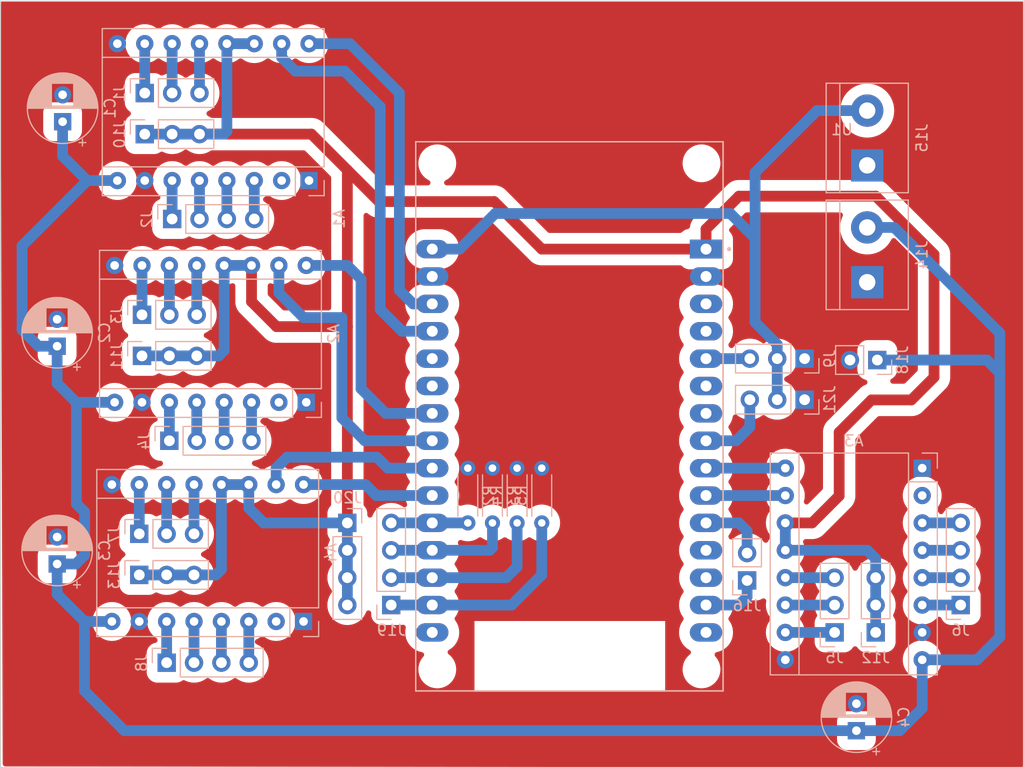
<source format=kicad_pcb>
(kicad_pcb (version 20240108) (generator "pcbnew") (generator_version "8.0")
  (layers (0 "F.Cu" signal) (31 "B.Cu" signal) (34 "B.Paste" user) (35 "F.Paste" user) (36 "B.SilkS" user "B.Silkscreen") (37 "F.SilkS" user "F.Silkscreen") (38 "B.Mask" user) (39 "F.Mask" user) (44 "Edge.Cuts" user))
  (net 0 "")
  (net 7 "Net-(J19-Pin_1)")
  (net 8 "Net-(J19-Pin_2)")
  (net 9 "Net-(J19-Pin_3)")
  (net 10 "Net-(J19-Pin_4)")
  (net 12 "GND")
  (net 14 "Net-(A1-A2)")
  (net 15 "Net-(A1-A1)")
  (net 16 "Net-(A1-B1)")
  (net 17 "Net-(A1-B2)")
  (net 18 "+12V")
  (net 19 "Net-(A1-M0)")
  (net 20 "Net-(A1-M1)")
  (net 21 "Net-(A1-M2)")
  (net 22 "+3.3V")
  (net 23 "Net-(A1-STEP)")
  (net 24 "Net-(A1-DIR)")
  (net 25 "+5V")
  (net 27 "Net-(A2-A2)")
  (net 28 "Net-(A2-A1)")
  (net 29 "Net-(A2-B1)")
  (net 30 "Net-(A2-B2)")
  (net 31 "Net-(A2-M0)")
  (net 32 "Net-(A2-M1)")
  (net 33 "Net-(A2-M2)")
  (net 34 "Net-(A2-STEP)")
  (net 35 "Net-(A2-DIR)")
  (net 37 "Net-(A3-A2)")
  (net 38 "Net-(A3-A1)")
  (net 39 "Net-(A3-B1)")
  (net 40 "Net-(A3-B2)")
  (net 41 "Net-(A3-M0)")
  (net 42 "Net-(A3-M1)")
  (net 43 "Net-(A3-M2)")
  (net 44 "Net-(A3-STEP)")
  (net 45 "Net-(A3-DIR)")
  (net 47 "Net-(A4-A2)")
  (net 48 "Net-(A4-A1)")
  (net 49 "Net-(A4-B1)")
  (net 50 "Net-(A4-B2)")
  (net 51 "Net-(A4-M0)")
  (net 52 "Net-(A4-M1)")
  (net 53 "Net-(A4-M2)")
  (net 54 "Net-(A4-STEP)")
  (net 55 "Net-(A4-DIR)")
  (net 56 "Net-(J9-Pin_3)")
  (net 57 "Net-(J16-Pin_1)")
  (net 58 "Net-(J16-Pin_2)")
  (net 59 "Net-(J21-Pin_3)")
  (footprint "Connector_PinHeader_2.54mm:PinHeader_1x04_P2.54mm_Vertical" (layer "B.Cu") (at 166.37 138.43)
    (property "Reference" "J6" (at 0 2.33 0) (layer "B.SilkS") (effects (justify mirror)))
    (property "Value" "motor")
    (pad "1" thru_hole rect (at 0 0) (size 1.7 1.7) (drill 1) (layers "*.Cu" "*.Mask") (net 40 "Net-(A3-B2)"))
    (pad "2" thru_hole oval (at 0 -2.54) (size 1.7 1.7) (drill 1) (layers "*.Cu" "*.Mask") (net 39 "Net-(A3-B1)"))
    (pad "3" thru_hole oval (at 0 -5.08) (size 1.7 1.7) (drill 1) (layers "*.Cu" "*.Mask") (net 38 "Net-(A3-A1)"))
    (pad "4" thru_hole oval (at 0 -7.62) (size 1.7 1.7) (drill 1) (layers "*.Cu" "*.Mask") (net 37 "Net-(A3-A2)"))
  )
  (footprint "ESP32-DEVKIT-V1:MODULE_ESP32_DEVKIT_V1" (layer "B.Cu") (at 130.048 120.925 180)
    (property "Reference" "U1" (at -25.31 26.598 180) (layer "B.SilkS") (effects (justify mirror)))
    (property "Value" "ESP32-DEVKIT-V1")
    (pad "" np_thru_hole circle (at -12.28 -23.475 180) (size 3 3) (drill 3) (layers "*.Cu" "*.Mask"))
    (pad "" np_thru_hole circle (at -12.28 23.475 180) (size 3 3) (drill 3) (layers "*.Cu" "*.Mask"))
    (pad "" np_thru_hole circle (at 12.23 -23.475 180) (size 3 3) (drill 3) (layers "*.Cu" "*.Mask"))
    (pad "" np_thru_hole circle (at 12.23 23.475 180) (size 3 3) (drill 3) (layers "*.Cu" "*.Mask"))
    (pad "1" thru_hole rect (at -12.7 15.515 180) (size 3 1.75) (drill 1.02) (layers "*.Cu" "*.Mask") (net 22 "+3.3V"))
    (pad "2" thru_hole oval (at -12.7 12.975 180) (size 3 1.7) (drill 1.02) (layers "*.Cu" "*.Mask") (net 12 "GND"))
    (pad "3" thru_hole oval (at -12.7 10.435 180) (size 3 1.7) (drill 1.02) (layers "*.Cu" "*.Mask"))
    (pad "4" thru_hole oval (at -12.7 7.895 180) (size 3 1.7) (drill 1.02) (layers "*.Cu" "*.Mask"))
    (pad "5" thru_hole oval (at -12.7 5.355 180) (size 3 1.7) (drill 1.02) (layers "*.Cu" "*.Mask") (net 56 "Net-(J9-Pin_3)"))
    (pad "6" thru_hole oval (at -12.7 2.815 180) (size 3 1.7) (drill 1.02) (layers "*.Cu" "*.Mask"))
    (pad "7" thru_hole oval (at -12.7 0.275 180) (size 3 1.7) (drill 1.02) (layers "*.Cu" "*.Mask"))
    (pad "8" thru_hole oval (at -12.7 -2.265 180) (size 3 1.7) (drill 1.02) (layers "*.Cu" "*.Mask") (net 59 "Net-(J21-Pin_3)"))
    (pad "9" thru_hole oval (at -12.7 -4.805 180) (size 3 1.7) (drill 1.02) (layers "*.Cu" "*.Mask") (net 45 "Net-(A3-DIR)"))
    (pad "10" thru_hole oval (at -12.7 -7.345 180) (size 3 1.7) (drill 1.02) (layers "*.Cu" "*.Mask") (net 44 "Net-(A3-STEP)"))
    (pad "11" thru_hole oval (at -12.7 -9.885 180) (size 3 1.7) (drill 1.02) (layers "*.Cu" "*.Mask") (net 58 "Net-(J16-Pin_2)"))
    (pad "12" thru_hole oval (at -12.7 -12.425 180) (size 3 1.7) (drill 1.02) (layers "*.Cu" "*.Mask"))
    (pad "13" thru_hole oval (at -12.7 -14.965 180) (size 3 1.7) (drill 1.02) (layers "*.Cu" "*.Mask"))
    (pad "14" thru_hole oval (at -12.7 -17.505 180) (size 3 1.7) (drill 1.02) (layers "*.Cu" "*.Mask") (net 57 "Net-(J16-Pin_1)"))
    (pad "15" thru_hole oval (at -12.7 -20.045 180) (size 3 1.7) (drill 1.02) (layers "*.Cu" "*.Mask"))
    (pad "16" thru_hole oval (at 12.7 -20.045 180) (size 3 1.7) (drill 1.02) (layers "*.Cu" "*.Mask"))
    (pad "17" thru_hole oval (at 12.7 -17.505 180) (size 3 1.7) (drill 1.02) (layers "*.Cu" "*.Mask") (net 7 "Net-(J19-Pin_1)"))
    (pad "18" thru_hole oval (at 12.7 -14.965 180) (size 3 1.7) (drill 1.02) (layers "*.Cu" "*.Mask") (net 8 "Net-(J19-Pin_2)"))
    (pad "19" thru_hole oval (at 12.7 -12.425 180) (size 3 1.7) (drill 1.02) (layers "*.Cu" "*.Mask") (net 9 "Net-(J19-Pin_3)"))
    (pad "20" thru_hole oval (at 12.7 -9.885 180) (size 3 1.7) (drill 1.02) (layers "*.Cu" "*.Mask") (net 10 "Net-(J19-Pin_4)"))
    (pad "21" thru_hole oval (at 12.7 -7.345 180) (size 3 1.7) (drill 1.02) (layers "*.Cu" "*.Mask") (net 55 "Net-(A4-DIR)"))
    (pad "22" thru_hole oval (at 12.7 -4.805 180) (size 3 1.7) (drill 1.02) (layers "*.Cu" "*.Mask") (net 54 "Net-(A4-STEP)"))
    (pad "23" thru_hole oval (at 12.7 -2.265 180) (size 3 1.7) (drill 1.02) (layers "*.Cu" "*.Mask") (net 34 "Net-(A2-STEP)"))
    (pad "24" thru_hole oval (at 12.7 0.275 180) (size 3 1.7) (drill 1.02) (layers "*.Cu" "*.Mask") (net 35 "Net-(A2-DIR)"))
    (pad "25" thru_hole oval (at 12.7 2.815 180) (size 3 1.7) (drill 1.02) (layers "*.Cu" "*.Mask"))
    (pad "26" thru_hole oval (at 12.7 5.355 180) (size 3 1.7) (drill 1.02) (layers "*.Cu" "*.Mask"))
    (pad "27" thru_hole oval (at 12.7 7.895 180) (size 3 1.7) (drill 1.02) (layers "*.Cu" "*.Mask") (net 23 "Net-(A1-STEP)"))
    (pad "28" thru_hole oval (at 12.7 10.435 180) (size 3 1.7) (drill 1.02) (layers "*.Cu" "*.Mask") (net 24 "Net-(A1-DIR)"))
    (pad "29" thru_hole oval (at 12.7 12.975 180) (size 3 1.7) (drill 1.02) (layers "*.Cu" "*.Mask") (net 12 "GND"))
    (pad "30" thru_hole oval (at 12.7 15.515 180) (size 3 1.7) (drill 1.02) (layers "*.Cu" "*.Mask") (net 25 "+5V"))
    (zone (net 0) (net_name "") (layer "F.Cu") (connect_pads (clearance 0)) (min_thickness 0.01)
      (keepout (tracks not_allowed) (vias not_allowed) (pads not_allowed) (copperpour not_allowed) (footprints allowed))
      (fill (thermal_gap 0.508) (thermal_bridge_width 0.508))
      (polygon (pts (xy 138.958 139.91) (xy 121.268 139.91) (xy 121.268 146.4) (xy 138.958 146.4)))
    )
  )
  (footprint "Capacitor_THT:CP_Radial_D6.3mm_P2.50mm" (layer "B.Cu") (at 82.549997 114.418759 90)
    (property "Reference" "C2" (at 1.25 4.4 -90) (layer "B.SilkS") (effects (justify mirror)))
    (property "Value" "C")
    (pad "1" thru_hole rect (at 0 0 90) (size 1.6 1.6) (drill 0.8) (layers "*.Cu" "*.Mask") (net 18 "+12V"))
    (pad "2" thru_hole circle (at 2.5 0 90) (size 1.6 1.6) (drill 0.8) (layers "*.Cu" "*.Mask") (net 12 "GND"))
  )
  (footprint "Connector_PinHeader_2.54mm:PinHeader_1x03_P2.54mm_Vertical" (layer "B.Cu") (at 158.486 140.97)
    (property "Reference" "J12" (at 0 2.33 0) (layer "B.SilkS") (effects (justify mirror)))
    (property "Value" "microstepping")
    (pad "1" thru_hole rect (at 0 0) (size 1.7 1.7) (drill 1) (layers "*.Cu" "*.Mask") (net 22 "+3.3V"))
    (pad "2" thru_hole oval (at 0 -2.54) (size 1.7 1.7) (drill 1) (layers "*.Cu" "*.Mask") (net 22 "+3.3V"))
    (pad "3" thru_hole oval (at 0 -5.08) (size 1.7 1.7) (drill 1) (layers "*.Cu" "*.Mask") (net 22 "+3.3V"))
  )
  (footprint "Resistor_THT:R_Axial_DIN0204_L3.6mm_D1.6mm_P5.08mm_Horizontal" (layer "B.Cu") (at 120.65 130.81 90)
    (property "Reference" "R2" (at 2.54 1.92 -90) (layer "B.SilkS") (effects (justify mirror)))
    (property "Value" "R")
    (pad "1" thru_hole circle (at 0 0 90) (size 1.4 1.4) (drill 0.7) (layers "*.Cu" "*.Mask") (net 10 "Net-(J19-Pin_4)"))
    (pad "2" thru_hole oval (at 5.08 0 90) (size 1.4 1.4) (drill 0.7) (layers "*.Cu" "*.Mask") (net 12 "GND"))
  )
  (footprint "Connector_PinHeader_2.54mm:PinHeader_1x04_P2.54mm_Vertical" (layer "B.Cu") (at 113.538 138.43)
    (property "Reference" "J19" (at 0 2.33 0) (layer "B.SilkS") (effects (justify mirror)))
    (property "Value" "SW_PINS")
    (pad "1" thru_hole rect (at 0 0) (size 1.7 1.7) (drill 1) (layers "*.Cu" "*.Mask") (net 7 "Net-(J19-Pin_1)"))
    (pad "2" thru_hole oval (at 0 -2.54) (size 1.7 1.7) (drill 1) (layers "*.Cu" "*.Mask") (net 8 "Net-(J19-Pin_2)"))
    (pad "3" thru_hole oval (at 0 -5.08) (size 1.7 1.7) (drill 1) (layers "*.Cu" "*.Mask") (net 9 "Net-(J19-Pin_3)"))
    (pad "4" thru_hole oval (at 0 -7.62) (size 1.7 1.7) (drill 1) (layers "*.Cu" "*.Mask") (net 10 "Net-(J19-Pin_4)"))
  )
  (footprint "Capacitor_THT:CP_Radial_D6.3mm_P2.50mm" (layer "B.Cu") (at 156.7 150.08238 90)
    (property "Reference" "C4" (at 1.25 4.4 90) (layer "B.SilkS") (effects (justify mirror)))
    (property "Value" "C")
    (pad "1" thru_hole rect (at 0 0 90) (size 1.6 1.6) (drill 0.8) (layers "*.Cu" "*.Mask") (net 18 "+12V"))
    (pad "2" thru_hole circle (at 2.5 0 90) (size 1.6 1.6) (drill 0.8) (layers "*.Cu" "*.Mask") (net 12 "GND"))
  )
  (footprint "TerminalBlock:TerminalBlock_bornier-2_P5.08mm" (layer "B.Cu") (at 157.7 108.48 90)
    (property "Reference" "J14" (at 2.54 5.08 90) (layer "B.SilkS") (effects (justify mirror)))
    (property "Value" "Screw_Terminal_01x02")
    (pad "1" thru_hole rect (at 0 0 90) (size 3 3) (drill 1.52) (layers "*.Cu" "*.Mask") (net 12 "GND"))
    (pad "2" thru_hole circle (at 5.08 0 90) (size 3 3) (drill 1.52) (layers "*.Cu" "*.Mask") (net 18 "+12V"))
  )
  (footprint "Connector_PinHeader_2.54mm:PinHeader_1x03_P2.54mm_Vertical" (layer "B.Cu") (at 90.678 94.742 -90)
    (property "Reference" "J10" (at 0 2.33 90) (layer "B.SilkS") (effects (justify mirror)))
    (property "Value" "microstepping")
    (pad "1" thru_hole rect (at 0 0 270) (size 1.7 1.7) (drill 1) (layers "*.Cu" "*.Mask") (net 22 "+3.3V"))
    (pad "2" thru_hole oval (at 0 -2.54 270) (size 1.7 1.7) (drill 1) (layers "*.Cu" "*.Mask") (net 22 "+3.3V"))
    (pad "3" thru_hole oval (at 0 -5.08 270) (size 1.7 1.7) (drill 1) (layers "*.Cu" "*.Mask") (net 22 "+3.3V"))
  )
  (footprint "Connector_PinHeader_2.54mm:PinHeader_1x03_P2.54mm_Vertical" (layer "B.Cu") (at 90.17 131.826 -90)
    (property "Reference" "J7" (at 0 2.33 90) (layer "B.SilkS") (effects (justify mirror)))
    (property "Value" "microstepping")
    (pad "1" thru_hole rect (at 0 0 270) (size 1.7 1.7) (drill 1) (layers "*.Cu" "*.Mask") (net 51 "Net-(A4-M0)"))
    (pad "2" thru_hole oval (at 0 -2.54 270) (size 1.7 1.7) (drill 1) (layers "*.Cu" "*.Mask") (net 52 "Net-(A4-M1)"))
    (pad "3" thru_hole oval (at 0 -5.08 270) (size 1.7 1.7) (drill 1) (layers "*.Cu" "*.Mask") (net 53 "Net-(A4-M2)"))
  )
  (footprint "Capacitor_THT:CP_Radial_D6.3mm_P2.50mm" (layer "B.Cu") (at 82.55 134.62 90)
    (property "Reference" "C3" (at 1.25 4.4 -90) (layer "B.SilkS") (effects (justify mirror)))
    (property "Value" "C")
    (pad "1" thru_hole rect (at 0 0 90) (size 1.6 1.6) (drill 0.8) (layers "*.Cu" "*.Mask") (net 18 "+12V"))
    (pad "2" thru_hole circle (at 2.5 0 90) (size 1.6 1.6) (drill 0.8) (layers "*.Cu" "*.Mask") (net 12 "GND"))
  )
  (footprint "Connector_PinHeader_2.54mm:PinHeader_1x03_P2.54mm_Vertical" (layer "B.Cu") (at 90.17 135.636 -90)
    (property "Reference" "J13" (at 0 2.33 90) (layer "B.SilkS") (effects (justify mirror)))
    (property "Value" "microstepping")
    (pad "1" thru_hole rect (at 0 0 270) (size 1.7 1.7) (drill 1) (layers "*.Cu" "*.Mask") (net 22 "+3.3V"))
    (pad "2" thru_hole oval (at 0 -2.54 270) (size 1.7 1.7) (drill 1) (layers "*.Cu" "*.Mask") (net 22 "+3.3V"))
    (pad "3" thru_hole oval (at 0 -5.08 270) (size 1.7 1.7) (drill 1) (layers "*.Cu" "*.Mask") (net 22 "+3.3V"))
  )
  (footprint "Connector_PinHeader_2.54mm:PinHeader_1x04_P2.54mm_Vertical" (layer "B.Cu") (at 92.71 143.774 -90)
    (property "Reference" "J8" (at 0 2.33 90) (layer "B.SilkS") (effects (justify mirror)))
    (property "Value" "motor")
    (pad "1" thru_hole rect (at 0 0 270) (size 1.7 1.7) (drill 1) (layers "*.Cu" "*.Mask") (net 50 "Net-(A4-B2)"))
    (pad "2" thru_hole oval (at 0 -2.54 270) (size 1.7 1.7) (drill 1) (layers "*.Cu" "*.Mask") (net 49 "Net-(A4-B1)"))
    (pad "3" thru_hole oval (at 0 -5.08 270) (size 1.7 1.7) (drill 1) (layers "*.Cu" "*.Mask") (net 48 "Net-(A4-A1)"))
    (pad "4" thru_hole oval (at 0 -7.62 270) (size 1.7 1.7) (drill 1) (layers "*.Cu" "*.Mask") (net 47 "Net-(A4-A2)"))
  )
  (footprint "Connector_PinHeader_2.54mm:PinHeader_1x02_P2.54mm_Vertical" (layer "B.Cu") (at 158.64 115.7 90)
    (property "Reference" "J18" (at 0 2.33 -90) (layer "B.SilkS") (effects (justify mirror)))
    (property "Value" "fan")
    (pad "1" thru_hole rect (at 0 0 90) (size 1.7 1.7) (drill 1) (layers "*.Cu" "*.Mask") (net 18 "+12V"))
    (pad "2" thru_hole oval (at 0 -2.54 90) (size 1.7 1.7) (drill 1) (layers "*.Cu" "*.Mask") (net 12 "GND"))
  )
  (footprint "Connector_PinHeader_2.54mm:PinHeader_1x02_P2.54mm_Vertical" (layer "B.Cu") (at 146.558 136.149)
    (property "Reference" "J16" (at 0 2.33 0) (layer "B.SilkS") (effects (justify mirror)))
    (property "Value" "I2C")
    (pad "1" thru_hole rect (at 0 0) (size 1.7 1.7) (drill 1) (layers "*.Cu" "*.Mask") (net 57 "Net-(J16-Pin_1)"))
    (pad "2" thru_hole oval (at 0 -2.54) (size 1.7 1.7) (drill 1) (layers "*.Cu" "*.Mask") (net 58 "Net-(J16-Pin_2)"))
  )
  (footprint "TerminalBlock:TerminalBlock_bornier-2_P5.08mm" (layer "B.Cu") (at 157.7 97.64 90)
    (property "Reference" "J15" (at 2.54 5.08 90) (layer "B.SilkS") (effects (justify mirror)))
    (property "Value" "Screw_Terminal_01x02")
    (pad "1" thru_hole rect (at 0 0 90) (size 3 3) (drill 1.52) (layers "*.Cu" "*.Mask") (net 12 "GND"))
    (pad "2" thru_hole circle (at 5.08 0 90) (size 3 3) (drill 1.52) (layers "*.Cu" "*.Mask") (net 25 "+5V"))
  )
  (footprint "Connector_PinHeader_2.54mm:PinHeader_1x03_P2.54mm_Vertical" (layer "B.Cu") (at 151.892 115.57 90)
    (property "Reference" "J9" (at 0 2.33 -90) (layer "B.SilkS") (effects (justify mirror)))
    (property "Value" "servo")
    (pad "1" thru_hole rect (at 0 0 90) (size 1.7 1.7) (drill 1) (layers "*.Cu" "*.Mask") (net 12 "GND"))
    (pad "2" thru_hole oval (at 0 -2.54 90) (size 1.7 1.7) (drill 1) (layers "*.Cu" "*.Mask") (net 25 "+5V"))
    (pad "3" thru_hole oval (at 0 -5.08 90) (size 1.7 1.7) (drill 1) (layers "*.Cu" "*.Mask") (net 56 "Net-(J9-Pin_3)"))
  )
  (footprint "Connector_PinHeader_2.54mm:PinHeader_1x04_P2.54mm_Vertical" (layer "B.Cu") (at 92.964 123.19 -90)
    (property "Reference" "J4" (at 0 2.33 90) (layer "B.SilkS") (effects (justify mirror)))
    (property "Value" "motor")
    (pad "1" thru_hole rect (at 0 0 270) (size 1.7 1.7) (drill 1) (layers "*.Cu" "*.Mask") (net 30 "Net-(A2-B2)"))
    (pad "2" thru_hole oval (at 0 -2.54 270) (size 1.7 1.7) (drill 1) (layers "*.Cu" "*.Mask") (net 29 "Net-(A2-B1)"))
    (pad "3" thru_hole oval (at 0 -5.08 270) (size 1.7 1.7) (drill 1) (layers "*.Cu" "*.Mask") (net 28 "Net-(A2-A1)"))
    (pad "4" thru_hole oval (at 0 -7.62 270) (size 1.7 1.7) (drill 1) (layers "*.Cu" "*.Mask") (net 27 "Net-(A2-A2)"))
  )
  (footprint "Capacitor_THT:CP_Radial_D6.3mm_P2.50mm" (layer "B.Cu") (at 83.058 93.590759 90)
    (property "Reference" "C1" (at 1.25 4.4 -90) (layer "B.SilkS") (effects (justify mirror)))
    (property "Value" "C")
    (pad "1" thru_hole rect (at 0 0 90) (size 1.6 1.6) (drill 0.8) (layers "*.Cu" "*.Mask") (net 18 "+12V"))
    (pad "2" thru_hole circle (at 2.5 0 90) (size 1.6 1.6) (drill 0.8) (layers "*.Cu" "*.Mask") (net 12 "GND"))
  )
  (footprint "Module:Pololu_Breakout-16_15.2x20.3mm" (layer "B.Cu") (at 105.918 99.05 90)
    (property "Reference" "A1" (at -3.566 2.794 -90) (layer "B.SilkS") (effects (justify mirror)))
    (property "Value" "Pololu_Breakout_DRV8825")
    (pad "1" thru_hole rect (at 0 0 90) (size 1.6 1.6) (drill 0.8) (layers "*.Cu" "*.Mask") (net 12 "GND"))
    (pad "2" thru_hole oval (at 0 -2.54 90) (size 1.6 1.6) (drill 0.8) (layers "*.Cu" "*.Mask"))
    (pad "3" thru_hole oval (at 0 -5.08 90) (size 1.6 1.6) (drill 0.8) (layers "*.Cu" "*.Mask") (net 14 "Net-(A1-A2)"))
    (pad "4" thru_hole oval (at 0 -7.62 90) (size 1.6 1.6) (drill 0.8) (layers "*.Cu" "*.Mask") (net 15 "Net-(A1-A1)"))
    (pad "5" thru_hole oval (at 0 -10.16 90) (size 1.6 1.6) (drill 0.8) (layers "*.Cu" "*.Mask") (net 16 "Net-(A1-B1)"))
    (pad "6" thru_hole oval (at 0 -12.7 90) (size 1.6 1.6) (drill 0.8) (layers "*.Cu" "*.Mask") (net 17 "Net-(A1-B2)"))
    (pad "7" thru_hole oval (at 0 -15.24 90) (size 1.6 1.6) (drill 0.8) (layers "*.Cu" "*.Mask") (net 12 "GND"))
    (pad "8" thru_hole oval (at 0 -17.78 90) (size 1.6 1.6) (drill 0.8) (layers "*.Cu" "*.Mask") (net 18 "+12V"))
    (pad "9" thru_hole oval (at 12.7 -17.78 90) (size 1.6 1.6) (drill 0.8) (layers "*.Cu" "*.Mask") (net 12 "GND"))
    (pad "10" thru_hole oval (at 12.7 -15.24 90) (size 1.6 1.6) (drill 0.8) (layers "*.Cu" "*.Mask") (net 19 "Net-(A1-M0)"))
    (pad "11" thru_hole oval (at 12.7 -12.7 90) (size 1.6 1.6) (drill 0.8) (layers "*.Cu" "*.Mask") (net 20 "Net-(A1-M1)"))
    (pad "12" thru_hole oval (at 12.7 -10.16 90) (size 1.6 1.6) (drill 0.8) (layers "*.Cu" "*.Mask") (net 21 "Net-(A1-M2)"))
    (pad "13" thru_hole oval (at 12.7 -7.62 90) (size 1.6 1.6) (drill 0.8) (layers "*.Cu" "*.Mask") (net 22 "+3.3V"))
    (pad "14" thru_hole oval (at 12.7 -5.08 90) (size 1.6 1.6) (drill 0.8) (layers "*.Cu" "*.Mask") (net 22 "+3.3V"))
    (pad "15" thru_hole oval (at 12.7 -2.54 90) (size 1.6 1.6) (drill 0.8) (layers "*.Cu" "*.Mask") (net 23 "Net-(A1-STEP)"))
    (pad "16" thru_hole oval (at 12.7 0 90) (size 1.6 1.6) (drill 0.8) (layers "*.Cu" "*.Mask") (net 24 "Net-(A1-DIR)"))
  )
  (footprint "Resistor_THT:R_Axial_DIN0204_L3.6mm_D1.6mm_P5.08mm_Horizontal" (layer "B.Cu") (at 127.508 125.73 -90)
    (property "Reference" "R5" (at 2.54 1.92 90) (layer "B.SilkS") (effects (justify mirror)))
    (property "Value" "R")
    (pad "1" thru_hole circle (at 0 0 270) (size 1.4 1.4) (drill 0.7) (layers "*.Cu" "*.Mask") (net 12 "GND"))
    (pad "2" thru_hole oval (at 5.08 0 270) (size 1.4 1.4) (drill 0.7) (layers "*.Cu" "*.Mask") (net 7 "Net-(J19-Pin_1)"))
  )
  (footprint "Connector_PinHeader_2.54mm:PinHeader_1x03_P2.54mm_Vertical" (layer "B.Cu") (at 90.424 115.316 -90)
    (property "Reference" "J11" (at 0 2.33 90) (layer "B.SilkS") (effects (justify mirror)))
    (property "Value" "microstepping")
    (pad "1" thru_hole rect (at 0 0 270) (size 1.7 1.7) (drill 1) (layers "*.Cu" "*.Mask") (net 22 "+3.3V"))
    (pad "2" thru_hole oval (at 0 -2.54 270) (size 1.7 1.7) (drill 1) (layers "*.Cu" "*.Mask") (net 22 "+3.3V"))
    (pad "3" thru_hole oval (at 0 -5.08 270) (size 1.7 1.7) (drill 1) (layers "*.Cu" "*.Mask") (net 22 "+3.3V"))
  )
  (footprint "Connector_PinHeader_2.54mm:PinHeader_1x04_P2.54mm_Vertical" (layer "B.Cu") (at 93.218 102.616 -90)
    (property "Reference" "J2" (at 0 2.33 90) (layer "B.SilkS") (effects (justify mirror)))
    (property "Value" "motor")
    (pad "1" thru_hole rect (at 0 0 270) (size 1.7 1.7) (drill 1) (layers "*.Cu" "*.Mask") (net 17 "Net-(A1-B2)"))
    (pad "2" thru_hole oval (at 0 -2.54 270) (size 1.7 1.7) (drill 1) (layers "*.Cu" "*.Mask") (net 16 "Net-(A1-B1)"))
    (pad "3" thru_hole oval (at 0 -5.08 270) (size 1.7 1.7) (drill 1) (layers "*.Cu" "*.Mask") (net 15 "Net-(A1-A1)"))
    (pad "4" thru_hole oval (at 0 -7.62 270) (size 1.7 1.7) (drill 1) (layers "*.Cu" "*.Mask") (net 14 "Net-(A1-A2)"))
  )
  (footprint "Connector_PinHeader_2.54mm:PinHeader_1x03_P2.54mm_Vertical" (layer "B.Cu") (at 154.676 140.97)
    (property "Reference" "J5" (at 0 2.33 0) (layer "B.SilkS") (effects (justify mirror)))
    (property "Value" "microstepping")
    (pad "1" thru_hole rect (at 0 0) (size 1.7 1.7) (drill 1) (layers "*.Cu" "*.Mask") (net 41 "Net-(A3-M0)"))
    (pad "2" thru_hole oval (at 0 -2.54) (size 1.7 1.7) (drill 1) (layers "*.Cu" "*.Mask") (net 42 "Net-(A3-M1)"))
    (pad "3" thru_hole oval (at 0 -5.08) (size 1.7 1.7) (drill 1) (layers "*.Cu" "*.Mask") (net 43 "Net-(A3-M2)"))
  )
  (footprint "Resistor_THT:R_Axial_DIN0204_L3.6mm_D1.6mm_P5.08mm_Horizontal" (layer "B.Cu") (at 122.936 130.81 90)
    (property "Reference" "R3" (at 2.54 1.92 -90) (layer "B.SilkS") (effects (justify mirror)))
    (property "Value" "R")
    (pad "1" thru_hole circle (at 0 0 90) (size 1.4 1.4) (drill 0.7) (layers "*.Cu" "*.Mask") (net 9 "Net-(J19-Pin_3)"))
    (pad "2" thru_hole oval (at 5.08 0 90) (size 1.4 1.4) (drill 0.7) (layers "*.Cu" "*.Mask") (net 12 "GND"))
  )
  (footprint "Module:Pololu_Breakout-16_15.2x20.3mm" (layer "B.Cu") (at 105.664 119.624 90)
    (property "Reference" "A2" (at 6.35 2.54 -90) (layer "B.SilkS") (effects (justify mirror)))
    (property "Value" "Pololu_Breakout_DRV8825")
    (pad "1" thru_hole rect (at 0 0 90) (size 1.6 1.6) (drill 0.8) (layers "*.Cu" "*.Mask") (net 12 "GND"))
    (pad "2" thru_hole oval (at 0 -2.54 90) (size 1.6 1.6) (drill 0.8) (layers "*.Cu" "*.Mask"))
    (pad "3" thru_hole oval (at 0 -5.08 90) (size 1.6 1.6) (drill 0.8) (layers "*.Cu" "*.Mask") (net 27 "Net-(A2-A2)"))
    (pad "4" thru_hole oval (at 0 -7.62 90) (size 1.6 1.6) (drill 0.8) (layers "*.Cu" "*.Mask") (net 28 "Net-(A2-A1)"))
    (pad "5" thru_hole oval (at 0 -10.16 90) (size 1.6 1.6) (drill 0.8) (layers "*.Cu" "*.Mask") (net 29 "Net-(A2-B1)"))
    (pad "6" thru_hole oval (at 0 -12.7 90) (size 1.6 1.6) (drill 0.8) (layers "*.Cu" "*.Mask") (net 30 "Net-(A2-B2)"))
    (pad "7" thru_hole oval (at 0 -15.24 90) (size 1.6 1.6) (drill 0.8) (layers "*.Cu" "*.Mask") (net 12 "GND"))
    (pad "8" thru_hole oval (at 0 -17.78 90) (size 1.6 1.6) (drill 0.8) (layers "*.Cu" "*.Mask") (net 18 "+12V"))
    (pad "9" thru_hole oval (at 12.7 -17.78 90) (size 1.6 1.6) (drill 0.8) (layers "*.Cu" "*.Mask") (net 12 "GND"))
    (pad "10" thru_hole oval (at 12.7 -15.24 90) (size 1.6 1.6) (drill 0.8) (layers "*.Cu" "*.Mask") (net 31 "Net-(A2-M0)"))
    (pad "11" thru_hole oval (at 12.7 -12.7 90) (size 1.6 1.6) (drill 0.8) (layers "*.Cu" "*.Mask") (net 32 "Net-(A2-M1)"))
    (pad "12" thru_hole oval (at 12.7 -10.16 90) (size 1.6 1.6) (drill 0.8) (layers "*.Cu" "*.Mask") (net 33 "Net-(A2-M2)"))
    (pad "13" thru_hole oval (at 12.7 -7.62 90) (size 1.6 1.6) (drill 0.8) (layers "*.Cu" "*.Mask") (net 22 "+3.3V"))
    (pad "14" thru_hole oval (at 12.7 -5.08 90) (size 1.6 1.6) (drill 0.8) (layers "*.Cu" "*.Mask") (net 22 "+3.3V"))
    (pad "15" thru_hole oval (at 12.7 -2.54 90) (size 1.6 1.6) (drill 0.8) (layers "*.Cu" "*.Mask") (net 34 "Net-(A2-STEP)"))
    (pad "16" thru_hole oval (at 12.7 0 90) (size 1.6 1.6) (drill 0.8) (layers "*.Cu" "*.Mask") (net 35 "Net-(A2-DIR)"))
  )
  (footprint "Resistor_THT:R_Axial_DIN0204_L3.6mm_D1.6mm_P5.08mm_Horizontal" (layer "B.Cu") (at 125.222 125.73 -90)
    (property "Reference" "R4" (at 2.54 1.92 90) (layer "B.SilkS") (effects (justify mirror)))
    (property "Value" "R")
    (pad "1" thru_hole circle (at 0 0 270) (size 1.4 1.4) (drill 0.7) (layers "*.Cu" "*.Mask") (net 12 "GND"))
    (pad "2" thru_hole oval (at 5.08 0 270) (size 1.4 1.4) (drill 0.7) (layers "*.Cu" "*.Mask") (net 8 "Net-(J19-Pin_2)"))
  )
  (footprint "Connector_PinHeader_2.54mm:PinHeader_1x03_P2.54mm_Vertical" (layer "B.Cu") (at 90.678 90.932 -90)
    (property "Reference" "J1" (at 0 2.33 90) (layer "B.SilkS") (effects (justify mirror)))
    (property "Value" "microstepping")
    (pad "1" thru_hole rect (at 0 0 270) (size 1.7 1.7) (drill 1) (layers "*.Cu" "*.Mask") (net 19 "Net-(A1-M0)"))
    (pad "2" thru_hole oval (at 0 -2.54 270) (size 1.7 1.7) (drill 1) (layers "*.Cu" "*.Mask") (net 20 "Net-(A1-M1)"))
    (pad "3" thru_hole oval (at 0 -5.08 270) (size 1.7 1.7) (drill 1) (layers "*.Cu" "*.Mask") (net 21 "Net-(A1-M2)"))
  )
  (footprint "Module:Pololu_Breakout-16_15.2x20.3mm" (layer "B.Cu") (at 162.804 125.73 180)
    (property "Reference" "A3" (at 6.35 2.54 180) (layer "B.SilkS") (effects (justify mirror)))
    (property "Value" "Pololu_Breakout_DRV8825")
    (pad "1" thru_hole rect (at 0 0 180) (size 1.6 1.6) (drill 0.8) (layers "*.Cu" "*.Mask") (net 12 "GND"))
    (pad "2" thru_hole oval (at 0 -2.54 180) (size 1.6 1.6) (drill 0.8) (layers "*.Cu" "*.Mask"))
    (pad "3" thru_hole oval (at 0 -5.08 180) (size 1.6 1.6) (drill 0.8) (layers "*.Cu" "*.Mask") (net 37 "Net-(A3-A2)"))
    (pad "4" thru_hole oval (at 0 -7.62 180) (size 1.6 1.6) (drill 0.8) (layers "*.Cu" "*.Mask") (net 38 "Net-(A3-A1)"))
    (pad "5" thru_hole oval (at 0 -10.16 180) (size 1.6 1.6) (drill 0.8) (layers "*.Cu" "*.Mask") (net 39 "Net-(A3-B1)"))
    (pad "6" thru_hole oval (at 0 -12.7 180) (size 1.6 1.6) (drill 0.8) (layers "*.Cu" "*.Mask") (net 40 "Net-(A3-B2)"))
    (pad "7" thru_hole oval (at 0 -15.24 180) (size 1.6 1.6) (drill 0.8) (layers "*.Cu" "*.Mask") (net 12 "GND"))
    (pad "8" thru_hole oval (at 0 -17.78 180) (size 1.6 1.6) (drill 0.8) (layers "*.Cu" "*.Mask") (net 18 "+12V"))
    (pad "9" thru_hole oval (at 12.7 -17.78 180) (size 1.6 1.6) (drill 0.8) (layers "*.Cu" "*.Mask") (net 12 "GND"))
    (pad "10" thru_hole oval (at 12.7 -15.24 180) (size 1.6 1.6) (drill 0.8) (layers "*.Cu" "*.Mask") (net 41 "Net-(A3-M0)"))
    (pad "11" thru_hole oval (at 12.7 -12.7 180) (size 1.6 1.6) (drill 0.8) (layers "*.Cu" "*.Mask") (net 42 "Net-(A3-M1)"))
    (pad "12" thru_hole oval (at 12.7 -10.16 180) (size 1.6 1.6) (drill 0.8) (layers "*.Cu" "*.Mask") (net 43 "Net-(A3-M2)"))
    (pad "13" thru_hole oval (at 12.7 -7.62 180) (size 1.6 1.6) (drill 0.8) (layers "*.Cu" "*.Mask") (net 22 "+3.3V"))
    (pad "14" thru_hole oval (at 12.7 -5.08 180) (size 1.6 1.6) (drill 0.8) (layers "*.Cu" "*.Mask") (net 22 "+3.3V"))
    (pad "15" thru_hole oval (at 12.7 -2.54 180) (size 1.6 1.6) (drill 0.8) (layers "*.Cu" "*.Mask") (net 44 "Net-(A3-STEP)"))
    (pad "16" thru_hole oval (at 12.7 0 180) (size 1.6 1.6) (drill 0.8) (layers "*.Cu" "*.Mask") (net 45 "Net-(A3-DIR)"))
  )
  (footprint "Module:Pololu_Breakout-16_15.2x20.3mm" (layer "B.Cu") (at 105.41 139.954 90)
    (property "Reference" "A4" (at 6.35 2.54 -90) (layer "B.SilkS") (effects (justify mirror)))
    (property "Value" "Pololu_Breakout_DRV8825")
    (pad "1" thru_hole rect (at 0 0 90) (size 1.6 1.6) (drill 0.8) (layers "*.Cu" "*.Mask") (net 12 "GND"))
    (pad "2" thru_hole oval (at 0 -2.54 90) (size 1.6 1.6) (drill 0.8) (layers "*.Cu" "*.Mask"))
    (pad "3" thru_hole oval (at 0 -5.08 90) (size 1.6 1.6) (drill 0.8) (layers "*.Cu" "*.Mask") (net 47 "Net-(A4-A2)"))
    (pad "4" thru_hole oval (at 0 -7.62 90) (size 1.6 1.6) (drill 0.8) (layers "*.Cu" "*.Mask") (net 48 "Net-(A4-A1)"))
    (pad "5" thru_hole oval (at 0 -10.16 90) (size 1.6 1.6) (drill 0.8) (layers "*.Cu" "*.Mask") (net 49 "Net-(A4-B1)"))
    (pad "6" thru_hole oval (at 0 -12.7 90) (size 1.6 1.6) (drill 0.8) (layers "*.Cu" "*.Mask") (net 50 "Net-(A4-B2)"))
    (pad "7" thru_hole oval (at 0 -15.24 90) (size 1.6 1.6) (drill 0.8) (layers "*.Cu" "*.Mask") (net 12 "GND"))
    (pad "8" thru_hole oval (at 0 -17.78 90) (size 1.6 1.6) (drill 0.8) (layers "*.Cu" "*.Mask") (net 18 "+12V"))
    (pad "9" thru_hole oval (at 12.7 -17.78 90) (size 1.6 1.6) (drill 0.8) (layers "*.Cu" "*.Mask") (net 12 "GND"))
    (pad "10" thru_hole oval (at 12.7 -15.24 90) (size 1.6 1.6) (drill 0.8) (layers "*.Cu" "*.Mask") (net 51 "Net-(A4-M0)"))
    (pad "11" thru_hole oval (at 12.7 -12.7 90) (size 1.6 1.6) (drill 0.8) (layers "*.Cu" "*.Mask") (net 52 "Net-(A4-M1)"))
    (pad "12" thru_hole oval (at 12.7 -10.16 90) (size 1.6 1.6) (drill 0.8) (layers "*.Cu" "*.Mask") (net 53 "Net-(A4-M2)"))
    (pad "13" thru_hole oval (at 12.7 -7.62 90) (size 1.6 1.6) (drill 0.8) (layers "*.Cu" "*.Mask") (net 22 "+3.3V"))
    (pad "14" thru_hole oval (at 12.7 -5.08 90) (size 1.6 1.6) (drill 0.8) (layers "*.Cu" "*.Mask") (net 22 "+3.3V"))
    (pad "15" thru_hole oval (at 12.7 -2.54 90) (size 1.6 1.6) (drill 0.8) (layers "*.Cu" "*.Mask") (net 54 "Net-(A4-STEP)"))
    (pad "16" thru_hole oval (at 12.7 0 90) (size 1.6 1.6) (drill 0.8) (layers "*.Cu" "*.Mask") (net 55 "Net-(A4-DIR)"))
  )
  (footprint "Connector_PinHeader_2.54mm:PinHeader_1x04_P2.54mm_Vertical" (layer "B.Cu") (at 109.474 130.81 180)
    (property "Reference" "J20" (at 0 2.33 180) (layer "B.SilkS") (effects (justify mirror)))
    (property "Value" "SW_V+")
    (pad "1" thru_hole rect (at 0 0 180) (size 1.7 1.7) (drill 1) (layers "*.Cu" "*.Mask") (net 22 "+3.3V"))
    (pad "2" thru_hole oval (at 0 -2.54 180) (size 1.7 1.7) (drill 1) (layers "*.Cu" "*.Mask") (net 22 "+3.3V"))
    (pad "3" thru_hole oval (at 0 -5.08 180) (size 1.7 1.7) (drill 1) (layers "*.Cu" "*.Mask") (net 22 "+3.3V"))
    (pad "4" thru_hole oval (at 0 -7.62 180) (size 1.7 1.7) (drill 1) (layers "*.Cu" "*.Mask") (net 22 "+3.3V"))
  )
  (footprint "Connector_PinHeader_2.54mm:PinHeader_1x03_P2.54mm_Vertical" (layer "B.Cu") (at 90.424 111.506 -90)
    (property "Reference" "J3" (at 0 2.33 90) (layer "B.SilkS") (effects (justify mirror)))
    (property "Value" "microstepping")
    (pad "1" thru_hole rect (at 0 0 270) (size 1.7 1.7) (drill 1) (layers "*.Cu" "*.Mask") (net 31 "Net-(A2-M0)"))
    (pad "2" thru_hole oval (at 0 -2.54 270) (size 1.7 1.7) (drill 1) (layers "*.Cu" "*.Mask") (net 32 "Net-(A2-M1)"))
    (pad "3" thru_hole oval (at 0 -5.08 270) (size 1.7 1.7) (drill 1) (layers "*.Cu" "*.Mask") (net 33 "Net-(A2-M2)"))
  )
  (footprint "Connector_PinHeader_2.54mm:PinHeader_1x03_P2.54mm_Vertical" (layer "B.Cu") (at 151.892 119.38 90)
    (property "Reference" "J21" (at 0 2.33 -90) (layer "B.SilkS") (effects (justify mirror)))
    (property "Value" "servo 2")
    (pad "1" thru_hole rect (at 0 0 90) (size 1.7 1.7) (drill 1) (layers "*.Cu" "*.Mask") (net 12 "GND"))
    (pad "2" thru_hole oval (at 0 -2.54 90) (size 1.7 1.7) (drill 1) (layers "*.Cu" "*.Mask") (net 25 "+5V"))
    (pad "3" thru_hole oval (at 0 -5.08 90) (size 1.7 1.7) (drill 1) (layers "*.Cu" "*.Mask") (net 59 "Net-(J21-Pin_3)"))
  )
  (gr_rect (start 77.3 82.4) (end 172.2 153.5) (stroke (width 0.1)) (fill none) (layer "Edge.Cuts"))
  (segment (start 127.508 135.636) (end 127.508 130.81) (width 1) (layer "B.Cu") (net 7))
  (segment (start 113.538 138.43) (end 117.348 138.43) (width 1) (layer "B.Cu") (net 7))
  (segment (start 124.714 138.43) (end 127.508 135.636) (width 1) (layer "B.Cu") (net 7))
  (segment (start 117.348 138.43) (end 124.714 138.43) (width 1) (layer "B.Cu") (net 7))
  (segment (start 125.222 134.874) (end 125.222 130.81) (width 1) (layer "B.Cu") (net 8))
  (segment (start 124.206 135.89) (end 125.222 134.874) (width 1) (layer "B.Cu") (net 8))
  (segment (start 117.348 135.89) (end 124.206 135.89) (width 1) (layer "B.Cu") (net 8))
  (segment (start 113.538 135.89) (end 117.348 135.89) (width 1) (layer "B.Cu") (net 8))
  (segment (start 122.682 133.35) (end 122.936 133.096) (width 1) (layer "B.Cu") (net 9))
  (segment (start 113.538 133.35) (end 117.348 133.35) (width 1) (layer "B.Cu") (net 9))
  (segment (start 117.348 133.35) (end 122.682 133.35) (width 1) (layer "B.Cu") (net 9))
  (segment (start 122.936 133.096) (end 122.936 130.81) (width 1) (layer "B.Cu") (net 9))
  (segment (start 117.348 130.81) (end 120.65 130.81) (width 1) (layer "B.Cu") (net 10))
  (segment (start 113.538 130.81) (end 117.348 130.81) (width 1) (layer "B.Cu") (net 10))
  (segment (start 151.892 115.57) (end 151.892 119.38) (width 1) (layer "F.Cu") (net 12))
  (segment (start 150.104 143.604) (end 150.104 143.51) (width 1) (layer "B.Cu") (net 12))
  (segment (start 100.838 99.05) (end 100.838 102.616) (width 1) (layer "B.Cu") (net 14))
  (segment (start 98.298 99.05) (end 98.298 102.616) (width 1) (layer "B.Cu") (net 15))
  (segment (start 95.758 99.05) (end 95.758 102.616) (width 1) (layer "B.Cu") (net 16))
  (segment (start 93.218 99.05) (end 93.218 102.616) (width 1) (layer "B.Cu") (net 17))
  (segment (start 84.338 129.038) (end 85.1 129.8) (width 1) (layer "B.Cu") (net 18))
  (segment (start 85.1 129.8) (end 85.1 133.8) (width 1) (layer "B.Cu") (net 18))
  (segment (start 85.344 99.06) (end 85.354 99.05) (width 1) (layer "B.Cu") (net 18))
  (segment (start 85.09 139.954) (end 85.09 146.39) (width 1) (layer "B.Cu") (net 18))
  (segment (start 84.28 134.62) (end 82.55 134.62) (width 1) (layer "B.Cu") (net 18))
  (segment (start 82.549997 114.418759) (end 80.818759 114.418759) (width 1) (layer "B.Cu") (net 18))
  (segment (start 82.55 134.62) (end 82.55 137.414) (width 1) (layer "B.Cu") (net 18))
  (segment (start 83.058 96.774) (end 85.344 99.06) (width 1) (layer "B.Cu") (net 18))
  (segment (start 82.549997 117.855997) (end 84.328 119.634) (width 1) (layer "B.Cu") (net 18))
  (segment (start 170 116.9) (end 168.8 115.7) (width 1) (layer "B.Cu") (net 18))
  (segment (start 80.818759 114.418759) (end 79.3 112.9) (width 1) (layer "B.Cu") (net 18))
  (segment (start 88.78238 150.08238) (end 156.7 150.08238) (width 1) (layer "B.Cu") (net 18))
  (segment (start 170 116.9) (end 170 141.4) (width 1) (layer "B.Cu") (net 18))
  (segment (start 79.3 112.9) (end 79.3 105.104) (width 1) (layer "B.Cu") (net 18))
  (segment (start 85.1 133.8) (end 84.28 134.62) (width 1) (layer "B.Cu") (net 18))
  (segment (start 160.2 103.4) (end 170 113.2) (width 1) (layer "B.Cu") (net 18))
  (segment (start 168.8 115.7) (end 158.64 115.7) (width 1) (layer "B.Cu") (net 18))
  (segment (start 162.804 147.996) (end 160.71762 150.08238) (width 1) (layer "B.Cu") (net 18))
  (segment (start 170 113.2) (end 170 116.9) (width 1) (layer "B.Cu") (net 18))
  (segment (start 85.354 99.05) (end 88.138 99.05) (width 1) (layer "B.Cu") (net 18))
  (segment (start 84.328 119.634) (end 84.338 119.624) (width 1) (layer "B.Cu") (net 18))
  (segment (start 170 141.4) (end 167.89 143.51) (width 1) (layer "B.Cu") (net 18))
  (segment (start 157.7 103.4) (end 160.2 103.4) (width 1) (layer "B.Cu") (net 18))
  (segment (start 85.09 139.954) (end 87.63 139.954) (width 1) (layer "B.Cu") (net 18))
  (segment (start 79.3 105.104) (end 85.344 99.06) (width 1) (layer "B.Cu") (net 18))
  (segment (start 84.338 119.624) (end 87.884 119.624) (width 1) (layer "B.Cu") (net 18))
  (segment (start 82.549997 114.418759) (end 82.549997 117.855997) (width 1) (layer "B.Cu") (net 18))
  (segment (start 82.55 137.414) (end 85.09 139.954) (width 1) (layer "B.Cu") (net 18))
  (segment (start 85.09 146.39) (end 88.78238 150.08238) (width 1) (layer "B.Cu") (net 18))
  (segment (start 83.058 93.590759) (end 83.058 96.774) (width 1) (layer "B.Cu") (net 18))
  (segment (start 167.89 143.51) (end 162.804 143.51) (width 1) (layer "B.Cu") (net 18))
  (segment (start 162.804 143.51) (end 162.804 143.596) (width 1) (layer "B.Cu") (net 18))
  (segment (start 84.338 119.624) (end 84.338 129.038) (width 1) (layer "B.Cu") (net 18))
  (segment (start 162.804 143.51) (end 162.804 147.996) (width 1) (layer "B.Cu") (net 18))
  (segment (start 160.71762 150.08238) (end 156.7 150.08238) (width 1) (layer "B.Cu") (net 18))
  (segment (start 90.678 90.932) (end 90.678 86.35) (width 1) (layer "B.Cu") (net 19))
  (segment (start 93.218 90.932) (end 93.218 86.35) (width 1) (layer "B.Cu") (net 20))
  (segment (start 95.758 90.932) (end 95.758 86.35) (width 1) (layer "B.Cu") (net 21))
  (segment (start 109.474 112.6) (end 109.474 98.074) (width 1) (layer "F.Cu") (net 22))
  (segment (start 127.51 105.41) (end 123.1 101) (width 1) (layer "F.Cu") (net 22))
  (segment (start 142.748 105.41) (end 127.51 105.41) (width 1) (layer "F.Cu") (net 22))
  (segment (start 163.9 105.9) (end 158.5 100.5) (width 1) (layer "F.Cu") (net 22))
  (segment (start 155.1 122.4) (end 158.1 119.4) (width 1) (layer "F.Cu") (net 22))
  (segment (start 123.1 101) (end 112.4 101) (width 1) (layer "F.Cu") (net 22))
  (segment (start 112.4 101) (end 109.474 98.074) (width 1) (layer "F.Cu") (net 22))
  (segment (start 145.8 100.5) (end 142.748 103.552) (width 1) (layer "F.Cu") (net 22))
  (segment (start 102.9 112.6) (end 109.474 112.6) (width 1) (layer "F.Cu") (net 22))
  (segment (start 152.59 130.81) (end 155.1 128.3) (width 1) (layer "F.Cu") (net 22))
  (segment (start 100.584 110.284) (end 102.9 112.6) (width 1) (layer "F.Cu") (net 22))
  (segment (start 163.9 117.3) (end 163.9 105.9) (width 1) (layer "F.Cu") (net 22))
  (segment (start 158.1 119.4) (end 161.8 119.4) (width 1) (layer "F.Cu") (net 22))
  (segment (start 155.1 128.3) (end 155.1 122.4) (width 1) (layer "F.Cu") (net 22))
  (segment (start 100.584 106.924) (end 100.584 110.284) (width 1) (layer "F.Cu") (net 22))
  (segment (start 158.5 100.5) (end 145.8 100.5) (width 1) (layer "F.Cu") (net 22))
  (segment (start 109.474 98.074) (end 106.142 94.742) (width 1) (layer "F.Cu") (net 22))
  (segment (start 106.142 94.742) (end 95.758 94.742) (width 1) (layer "F.Cu") (net 22))
  (segment (start 150.104 130.81) (end 152.59 130.81) (width 1) (layer "F.Cu") (net 22))
  (segment (start 109.474 130.81) (end 109.474 112.6) (width 1) (layer "F.Cu") (net 22))
  (segment (start 142.748 103.552) (end 142.748 105.41) (width 1) (layer "F.Cu") (net 22))
  (segment (start 161.8 119.4) (end 163.9 117.3) (width 1) (layer "F.Cu") (net 22))
  (segment (start 90.17 135.636) (end 92.71 135.636) (width 1) (layer "B.Cu") (net 22))
  (segment (start 109.474 130.81) (end 101.71 130.81) (width 1) (layer "B.Cu") (net 22))
  (segment (start 90.424 115.316) (end 92.964 115.316) (width 1) (layer "B.Cu") (net 22))
  (segment (start 95.504 115.316) (end 92.964 115.316) (width 1) (layer "B.Cu") (net 22))
  (segment (start 93.218 94.742) (end 95.758 94.742) (width 1) (layer "B.Cu") (net 22))
  (segment (start 109.474 130.81) (end 109.474 133.35) (width 1) (layer "B.Cu") (net 22))
  (segment (start 101.71 130.81) (end 100.33 129.43) (width 1) (layer "B.Cu") (net 22))
  (segment (start 98.298 86.35) (end 100.838 86.35) (width 1) (layer "B.Cu") (net 22))
  (segment (start 97.79 127.254) (end 100.33 127.254) (width 1) (layer "B.Cu") (net 22))
  (segment (start 158.486 140.97) (end 158.486 138.43) (width 1) (layer "B.Cu") (net 22))
  (segment (start 97.79 127.254) (end 97.79 135.128) (width 1) (layer "B.Cu") (net 22))
  (segment (start 98.044 94.742) (end 95.758 94.742) (width 1) (layer "B.Cu") (net 22))
  (segment (start 98.044 114.808) (end 97.536 115.316) (width 1) (layer "B.Cu") (net 22))
  (segment (start 109.474 133.35) (end 109.474 135.89) (width 1) (layer "B.Cu") (net 22))
  (segment (start 150.104 133.35) (end 157.709 133.35) (width 1) (layer "B.Cu") (net 22))
  (segment (start 158.486 138.43) (end 158.486 135.89) (width 1) (layer "B.Cu") (net 22))
  (segment (start 97.282 135.636) (end 95.25 135.636) (width 1) (layer "B.Cu") (net 22))
  (segment (start 100.33 129.43) (end 100.33 127.254) (width 1) (layer "B.Cu") (net 22))
  (segment (start 98.298 86.35) (end 98.298 94.488) (width 1) (layer "B.Cu") (net 22))
  (segment (start 157.709 133.35) (end 158.486 134.127) (width 1) (layer "B.Cu") (net 22))
  (segment (start 98.298 94.488) (end 98.044 94.742) (width 1) (layer "B.Cu") (net 22))
  (segment (start 150.104 130.81) (end 150.104 133.35) (width 1) (layer "B.Cu") (net 22))
  (segment (start 92.71 135.636) (end 95.25 135.636) (width 1) (layer "B.Cu") (net 22))
  (segment (start 158.486 134.127) (end 158.486 135.89) (width 1) (layer "B.Cu") (net 22))
  (segment (start 98.044 106.924) (end 100.584 106.924) (width 1) (layer "B.Cu") (net 22))
  (segment (start 109.474 135.89) (end 109.474 138.43) (width 1) (layer "B.Cu") (net 22))
  (segment (start 97.536 115.316) (end 95.504 115.316) (width 1) (layer "B.Cu") (net 22))
  (segment (start 97.79 135.128) (end 97.282 135.636) (width 1) (layer "B.Cu") (net 22))
  (segment (start 98.044 106.924) (end 98.044 114.808) (width 1) (layer "B.Cu") (net 22))
  (segment (start 90.678 94.742) (end 93.218 94.742) (width 1) (layer "B.Cu") (net 22))
  (segment (start 114.554 113.03) (end 117.348 113.03) (width 1) (layer "B.Cu") (net 23))
  (segment (start 109.22 88.9) (end 112.522 92.202) (width 1) (layer "B.Cu") (net 23))
  (segment (start 103.378 87.63) (end 104.648 88.9) (width 1) (layer "B.Cu") (net 23))
  (segment (start 104.648 88.9) (end 109.22 88.9) (width 1) (layer "B.Cu") (net 23))
  (segment (start 112.522 92.202) (end 112.522 110.998) (width 1) (layer "B.Cu") (net 23))
  (segment (start 103.378 86.35) (end 103.378 87.63) (width 1) (layer "B.Cu") (net 23))
  (segment (start 112.522 110.998) (end 114.554 113.03) (width 1) (layer "B.Cu") (net 23))
  (segment (start 114.3 109.22) (end 115.57 110.49) (width 1) (layer "B.Cu") (net 24))
  (segment (start 114.3 90.932) (end 114.3 109.22) (width 1) (layer "B.Cu") (net 24))
  (segment (start 115.57 110.49) (end 117.348 110.49) (width 1) (layer "B.Cu") (net 24))
  (segment (start 109.718 86.35) (end 114.3 90.932) (width 1) (layer "B.Cu") (net 24))
  (segment (start 105.918 86.35) (end 109.718 86.35) (width 1) (layer "B.Cu") (net 24))
  (segment (start 119.888 105.41) (end 117.348 105.41) (width 1) (layer "B.Cu") (net 25))
  (segment (start 123.19 102.108) (end 119.888 105.41) (width 1) (layer "B.Cu") (net 25))
  (segment (start 145.008 102.108) (end 147.3 104.4) (width 1) (layer "B.Cu") (net 25))
  (segment (start 147.3 104.4) (end 147.3 112.2) (width 1) (layer "B.Cu") (net 25))
  (segment (start 147.3 112.2) (end 149.352 114.252) (width 1) (layer "B.Cu") (net 25))
  (segment (start 149.352 114.252) (end 149.352 115.57) (width 1) (layer "B.Cu") (net 25))
  (segment (start 123.19 102.108) (end 145.008 102.108) (width 1) (layer "B.Cu") (net 25))
  (segment (start 147.3 98.3) (end 153.04 92.56) (width 1) (layer "B.Cu") (net 25))
  (segment (start 147.3 104.4) (end 147.3 98.3) (width 1) (layer "B.Cu") (net 25))
  (segment (start 149.352 115.57) (end 149.352 119.38) (width 1) (layer "B.Cu") (net 25))
  (segment (start 153.04 92.56) (end 157.7 92.56) (width 1) (layer "B.Cu") (net 25))
  (segment (start 100.584 123.19) (end 100.584 119.624) (width 1) (layer "B.Cu") (net 27))
  (segment (start 98.044 123.19) (end 98.044 119.624) (width 1) (layer "B.Cu") (net 28))
  (segment (start 95.504 123.19) (end 95.504 119.624) (width 1) (layer "B.Cu") (net 29))
  (segment (start 92.964 123.19) (end 92.964 119.624) (width 1) (layer "B.Cu") (net 30))
  (segment (start 90.424 111.506) (end 90.424 106.924) (width 1) (layer "B.Cu") (net 31))
  (segment (start 92.964 111.506) (end 92.964 106.924) (width 1) (layer "B.Cu") (net 32))
  (segment (start 95.504 111.506) (end 95.504 106.924) (width 1) (layer "B.Cu") (net 33))
  (segment (start 108.966 111.76) (end 105.41 111.76) (width 1) (layer "B.Cu") (net 34))
  (segment (start 105.41 111.76) (end 103.124 109.474) (width 1) (layer "B.Cu") (net 34))
  (segment (start 103.124 109.474) (end 103.124 106.924) (width 1) (layer "B.Cu") (net 34))
  (segment (start 117.348 123.19) (end 111.09 123.19) (width 1) (layer "B.Cu") (net 34))
  (segment (start 111.09 123.19) (end 108.966 121.066) (width 1) (layer "B.Cu") (net 34))
  (segment (start 108.966 121.066) (end 108.966 111.76) (width 1) (layer "B.Cu") (net 34))
  (segment (start 109.464 106.924) (end 105.664 106.924) (width 1) (layer "B.Cu") (net 35))
  (segment (start 110.744 108.204) (end 109.464 106.924) (width 1) (layer "B.Cu") (net 35))
  (segment (start 110.744 118.364) (end 110.744 108.204) (width 1) (layer "B.Cu") (net 35))
  (segment (start 117.348 120.65) (end 113.03 120.65) (width 1) (layer "B.Cu") (net 35))
  (segment (start 113.03 120.65) (end 110.744 118.364) (width 1) (layer "B.Cu") (net 35))
  (segment (start 166.37 130.81) (end 162.804 130.81) (width 1) (layer "B.Cu") (net 37))
  (segment (start 166.37 133.35) (end 162.804 133.35) (width 1) (layer "B.Cu") (net 38))
  (segment (start 166.37 135.89) (end 162.804 135.89) (width 1) (layer "B.Cu") (net 39))
  (segment (start 166.37 138.43) (end 162.804 138.43) (width 1) (layer "B.Cu") (net 40))
  (segment (start 154.676 140.97) (end 150.104 140.97) (width 1) (layer "B.Cu") (net 41))
  (segment (start 154.676 138.43) (end 150.104 138.43) (width 1) (layer "B.Cu") (net 42))
  (segment (start 154.676 135.89) (end 150.104 135.89) (width 1) (layer "B.Cu") (net 43))
  (segment (start 142.748 128.27) (end 150.104 128.27) (width 1) (layer "B.Cu") (net 44))
  (segment (start 150.104 125.73) (end 142.748 125.73) (width 1) (layer "B.Cu") (net 45))
  (segment (start 100.33 139.954) (end 100.33 143.774) (width 1) (layer "B.Cu") (net 47))
  (segment (start 97.79 139.954) (end 97.79 143.774) (width 1) (layer "B.Cu") (net 48))
  (segment (start 95.25 139.954) (end 95.25 143.774) (width 1) (layer "B.Cu") (net 49))
  (segment (start 92.71 139.954) (end 92.71 143.774) (width 1) (layer "B.Cu") (net 50))
  (segment (start 90.17 127.254) (end 90.17 131.826) (width 1) (layer "B.Cu") (net 51))
  (segment (start 92.71 127.254) (end 92.71 131.826) (width 1) (layer "B.Cu") (net 52))
  (segment (start 95.25 127.254) (end 95.25 131.826) (width 1) (layer "B.Cu") (net 53))
  (segment (start 113.23 125.73) (end 117.348 125.73) (width 1) (layer "B.Cu") (net 54))
  (segment (start 102.87 127.254) (end 102.87 125.73) (width 1) (layer "B.Cu") (net 54))
  (segment (start 112.214 124.714) (end 113.23 125.73) (width 1) (layer "B.Cu") (net 54))
  (segment (start 102.87 125.73) (end 103.886 124.714) (width 1) (layer "B.Cu") (net 54))
  (segment (start 103.886 124.714) (end 112.214 124.714) (width 1) (layer "B.Cu") (net 54))
  (segment (start 111.154 127.254) (end 112.17 128.27) (width 1) (layer "B.Cu") (net 55))
  (segment (start 112.17 128.27) (end 117.348 128.27) (width 1) (layer "B.Cu") (net 55))
  (segment (start 105.41 127.254) (end 111.154 127.254) (width 1) (layer "B.Cu") (net 55))
  (segment (start 142.748 115.57) (end 146.812 115.57) (width 1) (layer "B.Cu") (net 56))
  (segment (start 142.748 138.43) (end 145.796 138.43) (width 1) (layer "B.Cu") (net 57))
  (segment (start 146.558 137.668) (end 146.558 136.149) (width 1) (layer "B.Cu") (net 57))
  (segment (start 145.796 138.43) (end 146.558 137.668) (width 1) (layer "B.Cu") (net 57))
  (segment (start 146.558 131.572) (end 146.558 133.609) (width 1) (layer "B.Cu") (net 58))
  (segment (start 145.796 130.81) (end 146.558 131.572) (width 1) (layer "B.Cu") (net 58))
  (segment (start 142.748 130.81) (end 145.796 130.81) (width 1) (layer "B.Cu") (net 58))
  (segment (start 142.748 123.19) (end 145.542 123.19) (width 1) (layer "B.Cu") (net 59))
  (segment (start 146.812 121.92) (end 146.812 119.38) (width 1) (layer "B.Cu") (net 59))
  (segment (start 145.542 123.19) (end 146.812 121.92) (width 1) (layer "B.Cu") (net 59))
  (zone (net 12) (net_name "GND") (layer "F.Cu") (connect_pads yes (clearance 1)) (min_thickness 0.5) (fill yes (thermal_gap 1) (thermal_bridge_width 1))
    (polygon (pts (xy 77.3 82.4) (xy 172.2 82.3) (xy 172.2 153.5) (xy 77.5 153.4)))
  )
)
</source>
